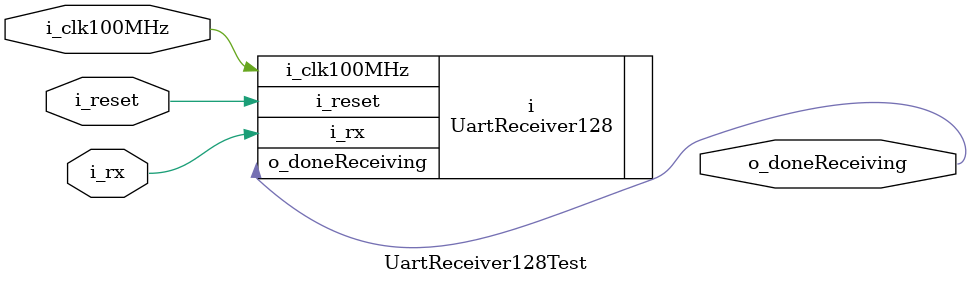
<source format=v>
`timescale 1ns / 1ps


module UartReceiver128Test(
        input i_clk100MHz,
        input i_rx,
        input i_reset,
        output o_doneReceiving
    );
    
    UartReceiver128 i(
            .i_clk100MHz(i_clk100MHz),
            .i_rx(i_rx),
            .i_reset(i_reset),
            .o_doneReceiving(o_doneReceiving)
        );
endmodule

</source>
